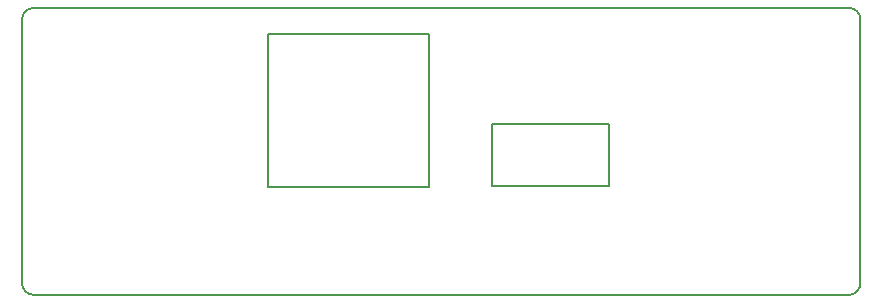
<source format=gbr>
G04 #@! TF.FileFunction,Profile,NP*
%FSLAX46Y46*%
G04 Gerber Fmt 4.6, Leading zero omitted, Abs format (unit mm)*
G04 Created by KiCad (PCBNEW no-vcs-found-product) date Thu Jun 30 10:26:17 2016*
%MOMM*%
%LPD*%
G01*
G04 APERTURE LIST*
%ADD10C,0.100000*%
%ADD11C,0.150000*%
G04 APERTURE END LIST*
D10*
D11*
X68810000Y-90800000D02*
X68810000Y-85570000D01*
X78720000Y-90800000D02*
X78720000Y-85570000D01*
X68810000Y-85570000D02*
X78720000Y-85570000D01*
X68810000Y-90800000D02*
X78720000Y-90800000D01*
X49840000Y-90850000D02*
X49840000Y-77870000D01*
X49840000Y-77870000D02*
X63440000Y-77870000D01*
X63440000Y-90850000D02*
X63440000Y-77870000D01*
X49840000Y-90850000D02*
X63440000Y-90850000D01*
X29000000Y-99000000D02*
G75*
G03X30000000Y-100000000I1000000J0D01*
G01*
X99000000Y-100000000D02*
G75*
G03X100000000Y-99000000I0J1000000D01*
G01*
X100000000Y-76700000D02*
G75*
G03X99000000Y-75700000I-1000000J0D01*
G01*
X30000000Y-75700000D02*
G75*
G03X29000000Y-76700000I0J-1000000D01*
G01*
X29000000Y-99000000D02*
X29000000Y-76700000D01*
X99000000Y-100000000D02*
X30000000Y-100000000D01*
X100000000Y-76700000D02*
X100000000Y-99000000D01*
X30000000Y-75700000D02*
X99000000Y-75700000D01*
M02*

</source>
